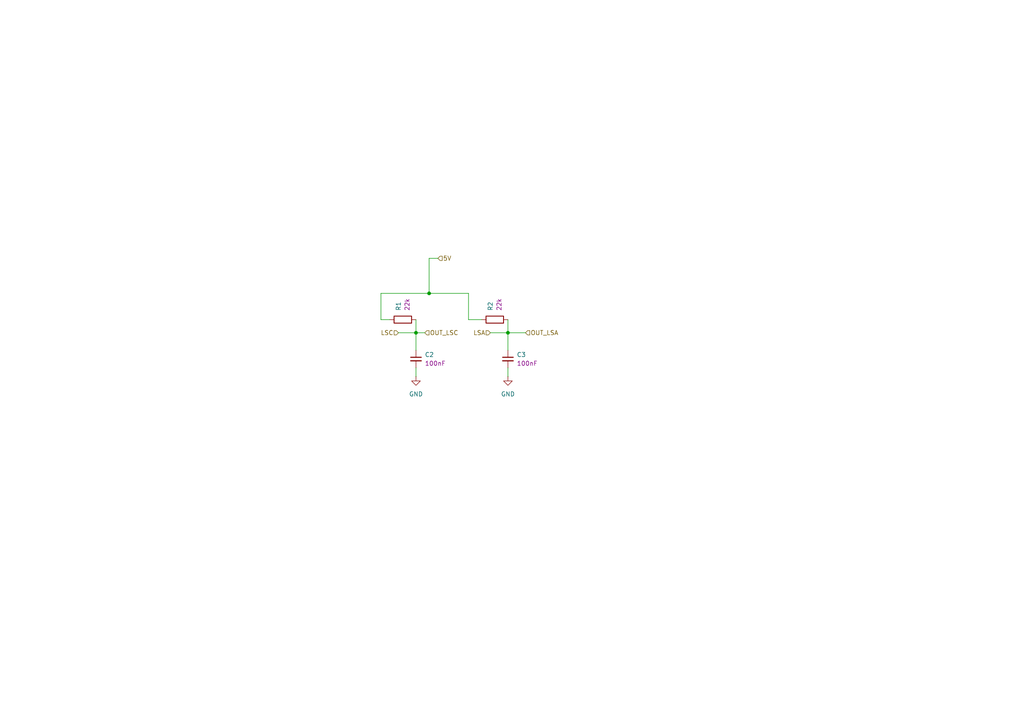
<source format=kicad_sch>
(kicad_sch
	(version 20250114)
	(generator "eeschema")
	(generator_version "9.0")
	(uuid "761005c8-91cc-460f-85f3-1e3c5804947f")
	(paper "A4")
	(lib_symbols
		(symbol "PCM_4ms_Capacitor:100nF_0603_16V"
			(pin_numbers
				(hide yes)
			)
			(pin_names
				(offset 0.254)
				(hide yes)
			)
			(exclude_from_sim no)
			(in_bom yes)
			(on_board yes)
			(property "Reference" "C"
				(at 1.905 1.27 0)
				(effects
					(font
						(size 1.27 1.27)
					)
					(justify left)
				)
			)
			(property "Value" "100nF_0603_16V"
				(at 0 3.81 0)
				(effects
					(font
						(size 1.27 1.27)
					)
					(hide yes)
				)
			)
			(property "Footprint" "4ms_Capacitor:C_0603"
				(at -2.54 -5.08 0)
				(effects
					(font
						(size 1.27 1.27)
					)
					(justify left)
					(hide yes)
				)
			)
			(property "Datasheet" ""
				(at 0 0 0)
				(effects
					(font
						(size 1.27 1.27)
					)
					(hide yes)
				)
			)
			(property "Description" "0.1uF, Min. 16V 10%, X7R or X5R or similar"
				(at 0 0 0)
				(effects
					(font
						(size 1.27 1.27)
					)
					(hide yes)
				)
			)
			(property "Specifications" "0.1uF, Min. 16V 10%, X7R or X5R or similar"
				(at -2.54 -7.874 0)
				(effects
					(font
						(size 1.27 1.27)
					)
					(justify left)
					(hide yes)
				)
			)
			(property "Manufacturer" "AVX Corporation"
				(at -2.54 -9.398 0)
				(effects
					(font
						(size 1.27 1.27)
					)
					(justify left)
					(hide yes)
				)
			)
			(property "Part Number" "0603YC104KAT2A"
				(at -2.54 -10.922 0)
				(effects
					(font
						(size 1.27 1.27)
					)
					(justify left)
					(hide yes)
				)
			)
			(property "Display" "0.1uF"
				(at 1.905 -1.27 0)
				(effects
					(font
						(size 1.27 1.27)
					)
					(justify left)
				)
			)
			(property "JLCPCB ID" "C14663"
				(at 1.27 -12.7 0)
				(effects
					(font
						(size 1.27 1.27)
					)
					(hide yes)
				)
			)
			(property "ki_keywords" "100nF_0603_16V"
				(at 0 0 0)
				(effects
					(font
						(size 1.27 1.27)
					)
					(hide yes)
				)
			)
			(property "ki_fp_filters" "C_*"
				(at 0 0 0)
				(effects
					(font
						(size 1.27 1.27)
					)
					(hide yes)
				)
			)
			(symbol "100nF_0603_16V_0_1"
				(polyline
					(pts
						(xy -1.524 0.508) (xy 1.524 0.508)
					)
					(stroke
						(width 0.3048)
						(type default)
					)
					(fill
						(type none)
					)
				)
				(polyline
					(pts
						(xy -1.524 -0.508) (xy 1.524 -0.508)
					)
					(stroke
						(width 0.3302)
						(type default)
					)
					(fill
						(type none)
					)
				)
			)
			(symbol "100nF_0603_16V_1_1"
				(pin passive line
					(at 0 2.54 270)
					(length 2.032)
					(name "~"
						(effects
							(font
								(size 1.27 1.27)
							)
						)
					)
					(number "1"
						(effects
							(font
								(size 1.27 1.27)
							)
						)
					)
				)
				(pin passive line
					(at 0 -2.54 90)
					(length 2.032)
					(name "~"
						(effects
							(font
								(size 1.27 1.27)
							)
						)
					)
					(number "2"
						(effects
							(font
								(size 1.27 1.27)
							)
						)
					)
				)
			)
			(embedded_fonts no)
		)
		(symbol "PCM_4ms_Resistor:22k_0603"
			(pin_numbers
				(hide yes)
			)
			(pin_names
				(offset 0)
			)
			(exclude_from_sim no)
			(in_bom yes)
			(on_board yes)
			(property "Reference" "R"
				(at 2.032 0 90)
				(effects
					(font
						(size 1.27 1.27)
					)
				)
			)
			(property "Value" "22k_0603"
				(at -2.54 0 90)
				(effects
					(font
						(size 1.27 1.27)
					)
					(hide yes)
				)
			)
			(property "Footprint" "4ms_Resistor:R_0603"
				(at -2.54 -12.7 0)
				(effects
					(font
						(size 1.27 1.27)
					)
					(justify left)
					(hide yes)
				)
			)
			(property "Datasheet" ""
				(at 0 0 0)
				(effects
					(font
						(size 1.27 1.27)
					)
					(hide yes)
				)
			)
			(property "Description" "22K, 1%, 1/10W, 0603"
				(at 0 0 0)
				(effects
					(font
						(size 1.27 1.27)
					)
					(hide yes)
				)
			)
			(property "Specifications" "22K, 1%, 1/10W, 0603"
				(at -2.54 -7.874 0)
				(effects
					(font
						(size 1.27 1.27)
					)
					(justify left)
					(hide yes)
				)
			)
			(property "Manufacturer" "Yageo"
				(at -2.54 -9.398 0)
				(effects
					(font
						(size 1.27 1.27)
					)
					(justify left)
					(hide yes)
				)
			)
			(property "Part Number" "RC0603FR-0722KL"
				(at -2.54 -10.922 0)
				(effects
					(font
						(size 1.27 1.27)
					)
					(justify left)
					(hide yes)
				)
			)
			(property "Display" "22k"
				(at 3.81 0 90)
				(effects
					(font
						(size 1.27 1.27)
					)
				)
			)
			(property "JLCPCB ID" "C31850"
				(at 3.81 0 90)
				(effects
					(font
						(size 1.27 1.27)
					)
					(hide yes)
				)
			)
			(property "ki_keywords" "22k_0603"
				(at 0 0 0)
				(effects
					(font
						(size 1.27 1.27)
					)
					(hide yes)
				)
			)
			(property "ki_fp_filters" "R_* R_*"
				(at 0 0 0)
				(effects
					(font
						(size 1.27 1.27)
					)
					(hide yes)
				)
			)
			(symbol "22k_0603_0_1"
				(rectangle
					(start -1.016 -2.54)
					(end 1.016 2.54)
					(stroke
						(width 0.254)
						(type default)
					)
					(fill
						(type none)
					)
				)
			)
			(symbol "22k_0603_1_1"
				(pin passive line
					(at 0 3.81 270)
					(length 1.27)
					(name "~"
						(effects
							(font
								(size 1.27 1.27)
							)
						)
					)
					(number "1"
						(effects
							(font
								(size 1.27 1.27)
							)
						)
					)
				)
				(pin passive line
					(at 0 -3.81 90)
					(length 1.27)
					(name "~"
						(effects
							(font
								(size 1.27 1.27)
							)
						)
					)
					(number "2"
						(effects
							(font
								(size 1.27 1.27)
							)
						)
					)
				)
			)
			(embedded_fonts no)
		)
		(symbol "power:GND"
			(power)
			(pin_numbers
				(hide yes)
			)
			(pin_names
				(offset 0)
				(hide yes)
			)
			(exclude_from_sim no)
			(in_bom yes)
			(on_board yes)
			(property "Reference" "#PWR"
				(at 0 -6.35 0)
				(effects
					(font
						(size 1.27 1.27)
					)
					(hide yes)
				)
			)
			(property "Value" "GND"
				(at 0 -3.81 0)
				(effects
					(font
						(size 1.27 1.27)
					)
				)
			)
			(property "Footprint" ""
				(at 0 0 0)
				(effects
					(font
						(size 1.27 1.27)
					)
					(hide yes)
				)
			)
			(property "Datasheet" ""
				(at 0 0 0)
				(effects
					(font
						(size 1.27 1.27)
					)
					(hide yes)
				)
			)
			(property "Description" "Power symbol creates a global label with name \"GND\" , ground"
				(at 0 0 0)
				(effects
					(font
						(size 1.27 1.27)
					)
					(hide yes)
				)
			)
			(property "ki_keywords" "global power"
				(at 0 0 0)
				(effects
					(font
						(size 1.27 1.27)
					)
					(hide yes)
				)
			)
			(symbol "GND_0_1"
				(polyline
					(pts
						(xy 0 0) (xy 0 -1.27) (xy 1.27 -1.27) (xy 0 -2.54) (xy -1.27 -1.27) (xy 0 -1.27)
					)
					(stroke
						(width 0)
						(type default)
					)
					(fill
						(type none)
					)
				)
			)
			(symbol "GND_1_1"
				(pin power_in line
					(at 0 0 270)
					(length 0)
					(name "~"
						(effects
							(font
								(size 1.27 1.27)
							)
						)
					)
					(number "1"
						(effects
							(font
								(size 1.27 1.27)
							)
						)
					)
				)
			)
			(embedded_fonts no)
		)
	)
	(junction
		(at 147.32 96.52)
		(diameter 0)
		(color 0 0 0 0)
		(uuid "37513914-5fc6-4f01-ba71-ead8f36e1800")
	)
	(junction
		(at 124.46 85.09)
		(diameter 0)
		(color 0 0 0 0)
		(uuid "3d02316b-f70e-4e20-ba20-46e5a422fa14")
	)
	(junction
		(at 120.65 96.52)
		(diameter 0)
		(color 0 0 0 0)
		(uuid "d4576da1-c74e-475d-9fdf-05e3ffedd9b6")
	)
	(wire
		(pts
			(xy 135.89 85.09) (xy 135.89 92.71)
		)
		(stroke
			(width 0)
			(type default)
		)
		(uuid "1bec0873-638a-4caa-a5f1-9d58692dc053")
	)
	(wire
		(pts
			(xy 120.65 96.52) (xy 123.19 96.52)
		)
		(stroke
			(width 0)
			(type default)
		)
		(uuid "273cec5b-2273-4ecf-bd18-539fc04c6f35")
	)
	(wire
		(pts
			(xy 124.46 85.09) (xy 135.89 85.09)
		)
		(stroke
			(width 0)
			(type default)
		)
		(uuid "32be2822-1c94-4481-a704-3aec43acfffc")
	)
	(wire
		(pts
			(xy 142.24 96.52) (xy 147.32 96.52)
		)
		(stroke
			(width 0)
			(type default)
		)
		(uuid "47649985-55cd-4c5f-8120-18da36de4c43")
	)
	(wire
		(pts
			(xy 110.49 92.71) (xy 110.49 85.09)
		)
		(stroke
			(width 0)
			(type default)
		)
		(uuid "4c61ff25-4a7f-48bf-8e5c-92a6259616d1")
	)
	(wire
		(pts
			(xy 124.46 74.93) (xy 124.46 85.09)
		)
		(stroke
			(width 0)
			(type default)
		)
		(uuid "517d4dd7-b89f-4d4e-9895-dbbc62c8a360")
	)
	(wire
		(pts
			(xy 139.7 92.71) (xy 135.89 92.71)
		)
		(stroke
			(width 0)
			(type default)
		)
		(uuid "557fad33-7bc2-48e3-937b-d5bca1be588a")
	)
	(wire
		(pts
			(xy 147.32 96.52) (xy 152.4 96.52)
		)
		(stroke
			(width 0)
			(type default)
		)
		(uuid "5b36a2dc-5d73-463c-8841-e1e3dcbb46b2")
	)
	(wire
		(pts
			(xy 127 74.93) (xy 124.46 74.93)
		)
		(stroke
			(width 0)
			(type default)
		)
		(uuid "6728ca0c-9b00-4e62-a60b-7fcc960e8aab")
	)
	(wire
		(pts
			(xy 115.57 96.52) (xy 120.65 96.52)
		)
		(stroke
			(width 0)
			(type default)
		)
		(uuid "70bd3b09-1d7e-410a-90bc-c5fc4ba3200e")
	)
	(wire
		(pts
			(xy 110.49 92.71) (xy 113.03 92.71)
		)
		(stroke
			(width 0)
			(type default)
		)
		(uuid "7d3e7c52-f82e-4327-8251-ae33b439b6d3")
	)
	(wire
		(pts
			(xy 110.49 85.09) (xy 124.46 85.09)
		)
		(stroke
			(width 0)
			(type default)
		)
		(uuid "98df534f-3f5f-4638-b73c-35aed69869a5")
	)
	(wire
		(pts
			(xy 147.32 92.71) (xy 147.32 96.52)
		)
		(stroke
			(width 0)
			(type default)
		)
		(uuid "9b193b65-eff5-4e38-a6c5-162da7a7301f")
	)
	(wire
		(pts
			(xy 147.32 96.52) (xy 147.32 101.6)
		)
		(stroke
			(width 0)
			(type default)
		)
		(uuid "a72b7623-fbe6-4805-9a83-9c2cf19d593c")
	)
	(wire
		(pts
			(xy 120.65 96.52) (xy 120.65 101.6)
		)
		(stroke
			(width 0)
			(type default)
		)
		(uuid "c56d8a7a-ed7d-47fc-8064-59421c9242a6")
	)
	(wire
		(pts
			(xy 120.65 96.52) (xy 120.65 92.71)
		)
		(stroke
			(width 0)
			(type default)
		)
		(uuid "d16aa8c7-e890-4f62-b432-cefd2d58066f")
	)
	(wire
		(pts
			(xy 120.65 106.68) (xy 120.65 109.22)
		)
		(stroke
			(width 0)
			(type default)
		)
		(uuid "d83b8b48-00b1-4e7e-95b7-e3ba73c88cf5")
	)
	(wire
		(pts
			(xy 147.32 106.68) (xy 147.32 109.22)
		)
		(stroke
			(width 0)
			(type default)
		)
		(uuid "e9dda8a0-51d2-438d-9c8d-827dd2125c2e")
	)
	(hierarchical_label "LSA"
		(shape input)
		(at 142.24 96.52 180)
		(effects
			(font
				(size 1.27 1.27)
			)
			(justify right)
		)
		(uuid "04a3d49a-9dc4-4f4d-b561-bace12c8edeb")
	)
	(hierarchical_label "LSC"
		(shape input)
		(at 115.57 96.52 180)
		(effects
			(font
				(size 1.27 1.27)
			)
			(justify right)
		)
		(uuid "1b55c3ee-4d32-4bdd-a6b5-a6cc7ebb6203")
	)
	(hierarchical_label "5V"
		(shape input)
		(at 127 74.93 0)
		(effects
			(font
				(size 1.27 1.27)
			)
			(justify left)
		)
		(uuid "2c4947be-1132-4320-a88f-4c73ac92188b")
	)
	(hierarchical_label "OUT_LSA"
		(shape input)
		(at 152.4 96.52 0)
		(effects
			(font
				(size 1.27 1.27)
			)
			(justify left)
		)
		(uuid "380d7d75-1bd2-485d-9372-7f6a7750e661")
	)
	(hierarchical_label "OUT_LSC"
		(shape input)
		(at 123.19 96.52 0)
		(effects
			(font
				(size 1.27 1.27)
			)
			(justify left)
		)
		(uuid "c718b2a7-1049-4fdd-ac11-ca712ae643d1")
	)
	(symbol
		(lib_id "PCM_4ms_Capacitor:100nF_0603_16V")
		(at 147.32 104.14 0)
		(unit 1)
		(exclude_from_sim no)
		(in_bom yes)
		(on_board yes)
		(dnp no)
		(fields_autoplaced yes)
		(uuid "48d6b6a3-1c47-4fea-ae2b-571741cc44ca")
		(property "Reference" "C3"
			(at 149.86 102.8762 0)
			(effects
				(font
					(size 1.27 1.27)
				)
				(justify left)
			)
		)
		(property "Value" "100nF_0603_16V"
			(at 147.32 100.33 0)
			(effects
				(font
					(size 1.27 1.27)
				)
				(hide yes)
			)
		)
		(property "Footprint" "PCM_4ms_Capacitor:C_0603"
			(at 144.78 109.22 0)
			(effects
				(font
					(size 1.27 1.27)
				)
				(justify left)
				(hide yes)
			)
		)
		(property "Datasheet" ""
			(at 147.32 104.14 0)
			(effects
				(font
					(size 1.27 1.27)
				)
				(hide yes)
			)
		)
		(property "Description" "0.1uF, Min. 16V 10%, X7R or X5R or similar"
			(at 147.32 104.14 0)
			(effects
				(font
					(size 1.27 1.27)
				)
				(hide yes)
			)
		)
		(property "Specifications" "0.1uF, Min. 16V 10%, X7R or X5R or similar"
			(at 144.78 112.014 0)
			(effects
				(font
					(size 1.27 1.27)
				)
				(justify left)
				(hide yes)
			)
		)
		(property "Manufacturer" "AVX Corporation"
			(at 144.78 113.538 0)
			(effects
				(font
					(size 1.27 1.27)
				)
				(justify left)
				(hide yes)
			)
		)
		(property "Part Number" "0603YC104KAT2A"
			(at 144.78 115.062 0)
			(effects
				(font
					(size 1.27 1.27)
				)
				(justify left)
				(hide yes)
			)
		)
		(property "Display" "100nF"
			(at 149.86 105.4162 0)
			(effects
				(font
					(size 1.27 1.27)
				)
				(justify left)
			)
		)
		(property "JLCPCB ID" "C14663"
			(at 148.59 116.84 0)
			(effects
				(font
					(size 1.27 1.27)
				)
				(hide yes)
			)
		)
		(pin "1"
			(uuid "fccf0e4a-3035-4669-bf00-98829ba2a2a7")
		)
		(pin "2"
			(uuid "80e716d9-c3a8-4510-90c5-48b277a53c4f")
		)
		(instances
			(project "PLACA"
				(path "/0074ed61-f346-42bd-a29d-d171d80548f4/510462ea-d4f2-4035-93d1-12ab41753ca9/08e067cd-a177-4240-baaf-296b2c3f025f"
					(reference "C3")
					(unit 1)
				)
			)
		)
	)
	(symbol
		(lib_id "PCM_4ms_Capacitor:100nF_0603_16V")
		(at 120.65 104.14 0)
		(unit 1)
		(exclude_from_sim no)
		(in_bom yes)
		(on_board yes)
		(dnp no)
		(fields_autoplaced yes)
		(uuid "7fd13ff1-822b-4cb0-9e5d-ab0a2e089cc6")
		(property "Reference" "C2"
			(at 123.19 102.8762 0)
			(effects
				(font
					(size 1.27 1.27)
				)
				(justify left)
			)
		)
		(property "Value" "100nF_0603_16V"
			(at 120.65 100.33 0)
			(effects
				(font
					(size 1.27 1.27)
				)
				(hide yes)
			)
		)
		(property "Footprint" "PCM_4ms_Capacitor:C_0603"
			(at 118.11 109.22 0)
			(effects
				(font
					(size 1.27 1.27)
				)
				(justify left)
				(hide yes)
			)
		)
		(property "Datasheet" ""
			(at 120.65 104.14 0)
			(effects
				(font
					(size 1.27 1.27)
				)
				(hide yes)
			)
		)
		(property "Description" "0.1uF, Min. 16V 10%, X7R or X5R or similar"
			(at 120.65 104.14 0)
			(effects
				(font
					(size 1.27 1.27)
				)
				(hide yes)
			)
		)
		(property "Specifications" "0.1uF, Min. 16V 10%, X7R or X5R or similar"
			(at 118.11 112.014 0)
			(effects
				(font
					(size 1.27 1.27)
				)
				(justify left)
				(hide yes)
			)
		)
		(property "Manufacturer" "AVX Corporation"
			(at 118.11 113.538 0)
			(effects
				(font
					(size 1.27 1.27)
				)
				(justify left)
				(hide yes)
			)
		)
		(property "Part Number" "0603YC104KAT2A"
			(at 118.11 115.062 0)
			(effects
				(font
					(size 1.27 1.27)
				)
				(justify left)
				(hide yes)
			)
		)
		(property "Display" "100nF"
			(at 123.19 105.4162 0)
			(effects
				(font
					(size 1.27 1.27)
				)
				(justify left)
			)
		)
		(property "JLCPCB ID" "C14663"
			(at 121.92 116.84 0)
			(effects
				(font
					(size 1.27 1.27)
				)
				(hide yes)
			)
		)
		(pin "1"
			(uuid "87d68b1a-6a55-4d0b-9e9f-60dd66b0885b")
		)
		(pin "2"
			(uuid "e9138b4e-984b-4d5f-ad4b-958386b7befc")
		)
		(instances
			(project "PLACA"
				(path "/0074ed61-f346-42bd-a29d-d171d80548f4/510462ea-d4f2-4035-93d1-12ab41753ca9/08e067cd-a177-4240-baaf-296b2c3f025f"
					(reference "C2")
					(unit 1)
				)
			)
		)
	)
	(symbol
		(lib_id "PCM_4ms_Resistor:22k_0603")
		(at 143.51 92.71 90)
		(unit 1)
		(exclude_from_sim no)
		(in_bom yes)
		(on_board yes)
		(dnp no)
		(fields_autoplaced yes)
		(uuid "989ad4ee-fa68-44c8-8728-b08a7da20f59")
		(property "Reference" "R2"
			(at 142.2399 90.17 0)
			(effects
				(font
					(size 1.27 1.27)
				)
				(justify left)
			)
		)
		(property "Value" "22k_0603"
			(at 143.51 95.25 90)
			(effects
				(font
					(size 1.27 1.27)
				)
				(hide yes)
			)
		)
		(property "Footprint" "PCM_4ms_Resistor:R_0603"
			(at 156.21 95.25 0)
			(effects
				(font
					(size 1.27 1.27)
				)
				(justify left)
				(hide yes)
			)
		)
		(property "Datasheet" ""
			(at 143.51 92.71 0)
			(effects
				(font
					(size 1.27 1.27)
				)
				(hide yes)
			)
		)
		(property "Description" "22K, 1%, 1/10W, 0603"
			(at 143.51 92.71 0)
			(effects
				(font
					(size 1.27 1.27)
				)
				(hide yes)
			)
		)
		(property "Specifications" "22K, 1%, 1/10W, 0603"
			(at 151.384 95.25 0)
			(effects
				(font
					(size 1.27 1.27)
				)
				(justify left)
				(hide yes)
			)
		)
		(property "Manufacturer" "Yageo"
			(at 152.908 95.25 0)
			(effects
				(font
					(size 1.27 1.27)
				)
				(justify left)
				(hide yes)
			)
		)
		(property "Part Number" "RC0603FR-0722KL"
			(at 154.432 95.25 0)
			(effects
				(font
					(size 1.27 1.27)
				)
				(justify left)
				(hide yes)
			)
		)
		(property "Display" "22k"
			(at 144.7799 90.17 0)
			(effects
				(font
					(size 1.27 1.27)
				)
				(justify left)
			)
		)
		(property "JLCPCB ID" "C31850"
			(at 143.51 88.9 90)
			(effects
				(font
					(size 1.27 1.27)
				)
				(hide yes)
			)
		)
		(pin "1"
			(uuid "c9bb979a-2762-4d14-9e0c-90757ff75e40")
		)
		(pin "2"
			(uuid "5632a6f1-9782-45da-9f17-5453c616cf64")
		)
		(instances
			(project "PLACA"
				(path "/0074ed61-f346-42bd-a29d-d171d80548f4/510462ea-d4f2-4035-93d1-12ab41753ca9/08e067cd-a177-4240-baaf-296b2c3f025f"
					(reference "R2")
					(unit 1)
				)
			)
		)
	)
	(symbol
		(lib_id "power:GND")
		(at 147.32 109.22 0)
		(unit 1)
		(exclude_from_sim no)
		(in_bom yes)
		(on_board yes)
		(dnp no)
		(fields_autoplaced yes)
		(uuid "9ab38f0f-aa57-47f0-b279-9ffc7f068257")
		(property "Reference" "#PWR07"
			(at 147.32 115.57 0)
			(effects
				(font
					(size 1.27 1.27)
				)
				(hide yes)
			)
		)
		(property "Value" "GND"
			(at 147.32 114.3 0)
			(effects
				(font
					(size 1.27 1.27)
				)
			)
		)
		(property "Footprint" ""
			(at 147.32 109.22 0)
			(effects
				(font
					(size 1.27 1.27)
				)
				(hide yes)
			)
		)
		(property "Datasheet" ""
			(at 147.32 109.22 0)
			(effects
				(font
					(size 1.27 1.27)
				)
				(hide yes)
			)
		)
		(property "Description" "Power symbol creates a global label with name \"GND\" , ground"
			(at 147.32 109.22 0)
			(effects
				(font
					(size 1.27 1.27)
				)
				(hide yes)
			)
		)
		(pin "1"
			(uuid "29fbe8d1-74e3-4f21-8f69-455436a3d7bd")
		)
		(instances
			(project "PLACA"
				(path "/0074ed61-f346-42bd-a29d-d171d80548f4/510462ea-d4f2-4035-93d1-12ab41753ca9/08e067cd-a177-4240-baaf-296b2c3f025f"
					(reference "#PWR07")
					(unit 1)
				)
			)
		)
	)
	(symbol
		(lib_id "PCM_4ms_Resistor:22k_0603")
		(at 116.84 92.71 90)
		(unit 1)
		(exclude_from_sim no)
		(in_bom yes)
		(on_board yes)
		(dnp no)
		(fields_autoplaced yes)
		(uuid "ba53c009-879b-4708-97da-59facfe00d53")
		(property "Reference" "R1"
			(at 115.5699 90.17 0)
			(effects
				(font
					(size 1.27 1.27)
				)
				(justify left)
			)
		)
		(property "Value" "22k_0603"
			(at 116.84 95.25 90)
			(effects
				(font
					(size 1.27 1.27)
				)
				(hide yes)
			)
		)
		(property "Footprint" "PCM_4ms_Resistor:R_0603"
			(at 129.54 95.25 0)
			(effects
				(font
					(size 1.27 1.27)
				)
				(justify left)
				(hide yes)
			)
		)
		(property "Datasheet" ""
			(at 116.84 92.71 0)
			(effects
				(font
					(size 1.27 1.27)
				)
				(hide yes)
			)
		)
		(property "Description" "22K, 1%, 1/10W, 0603"
			(at 116.84 92.71 0)
			(effects
				(font
					(size 1.27 1.27)
				)
				(hide yes)
			)
		)
		(property "Specifications" "22K, 1%, 1/10W, 0603"
			(at 124.714 95.25 0)
			(effects
				(font
					(size 1.27 1.27)
				)
				(justify left)
				(hide yes)
			)
		)
		(property "Manufacturer" "Yageo"
			(at 126.238 95.25 0)
			(effects
				(font
					(size 1.27 1.27)
				)
				(justify left)
				(hide yes)
			)
		)
		(property "Part Number" "RC0603FR-0722KL"
			(at 127.762 95.25 0)
			(effects
				(font
					(size 1.27 1.27)
				)
				(justify left)
				(hide yes)
			)
		)
		(property "Display" "22k"
			(at 118.1099 90.17 0)
			(effects
				(font
					(size 1.27 1.27)
				)
				(justify left)
			)
		)
		(property "JLCPCB ID" "C31850"
			(at 116.84 88.9 90)
			(effects
				(font
					(size 1.27 1.27)
				)
				(hide yes)
			)
		)
		(pin "1"
			(uuid "f6b28ae1-cf14-4d2c-a298-1dad35db1aae")
		)
		(pin "2"
			(uuid "7ffa4177-9b46-4ba6-b041-f64e2890c47f")
		)
		(instances
			(project "PLACA"
				(path "/0074ed61-f346-42bd-a29d-d171d80548f4/510462ea-d4f2-4035-93d1-12ab41753ca9/08e067cd-a177-4240-baaf-296b2c3f025f"
					(reference "R1")
					(unit 1)
				)
			)
		)
	)
	(symbol
		(lib_id "power:GND")
		(at 120.65 109.22 0)
		(unit 1)
		(exclude_from_sim no)
		(in_bom yes)
		(on_board yes)
		(dnp no)
		(fields_autoplaced yes)
		(uuid "f8284879-14b0-4c5e-8fb5-53f2ab2a425e")
		(property "Reference" "#PWR06"
			(at 120.65 115.57 0)
			(effects
				(font
					(size 1.27 1.27)
				)
				(hide yes)
			)
		)
		(property "Value" "GND"
			(at 120.65 114.3 0)
			(effects
				(font
					(size 1.27 1.27)
				)
			)
		)
		(property "Footprint" ""
			(at 120.65 109.22 0)
			(effects
				(font
					(size 1.27 1.27)
				)
				(hide yes)
			)
		)
		(property "Datasheet" ""
			(at 120.65 109.22 0)
			(effects
				(font
					(size 1.27 1.27)
				)
				(hide yes)
			)
		)
		(property "Description" "Power symbol creates a global label with name \"GND\" , ground"
			(at 120.65 109.22 0)
			(effects
				(font
					(size 1.27 1.27)
				)
				(hide yes)
			)
		)
		(pin "1"
			(uuid "9ac746d0-f27a-4c3d-846c-fe12f09e9fd2")
		)
		(instances
			(project "PLACA"
				(path "/0074ed61-f346-42bd-a29d-d171d80548f4/510462ea-d4f2-4035-93d1-12ab41753ca9/08e067cd-a177-4240-baaf-296b2c3f025f"
					(reference "#PWR06")
					(unit 1)
				)
			)
		)
	)
)

</source>
